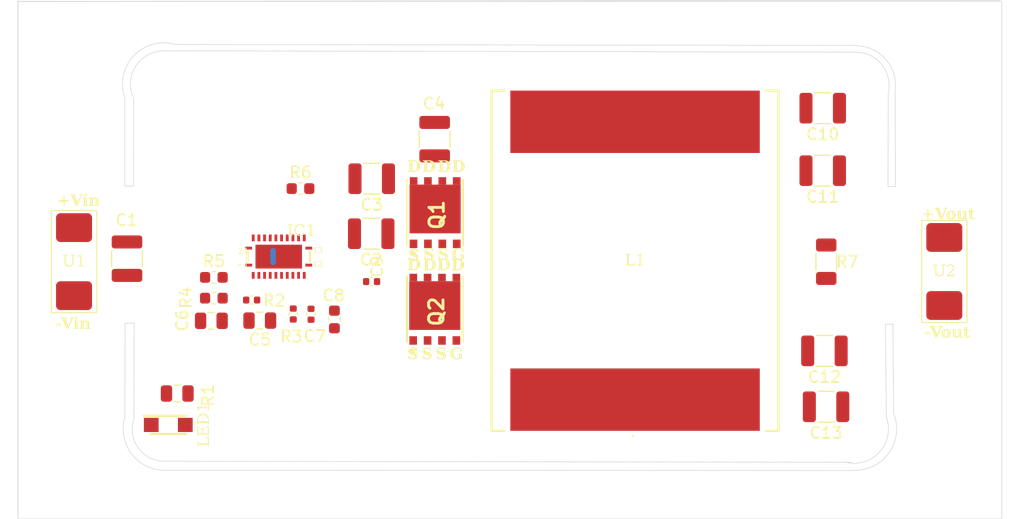
<source format=kicad_pcb>
(kicad_pcb (version 20241229) (generator "pcbnew") (generator_version "9.0")
  (layers (0 "F.Cu" signal) (2 "B.Cu" signal) (13 "F.Paste" user) (15 "B.Paste" user) (5 "F.SilkS" user "F.Silkscreen") (7 "B.SilkS" user "B.Silkscreen") (1 "F.Mask" user) (3 "B.Mask" user) (25 "Edge.Cuts" user))
  (net 0 "")
  (net 1 "Net-(IC1-SW)")
  (net 2 "Net-(IC1-CBOOT)")
  (net 3 "GND")
  (net 4 "Net-(IC1-EXTCOMP)")
  (net 5 "VIN")
  (net 6 "VOUT")
  (net 7 "VCC")
  (net 8 "VDDA")
  (net 9 "HO")
  (net 10 "Net-(IC1-RT)")
  (net 11 "ISNS")
  (net 12 "LO")
  (net 13 "Net-(IC1-FB)")
  (net 14 "Net-(IC1-CNFG)")
  (net 15 "Net-(IC1-PG{slash}SYNCOUT)")
  (net 16 "Net-(LED1-Pad2)")
  (net 17 "GND2")
  (net 18 "Net-(C5-Pad1)")
  (footprint "Capacitor_SMD:C_0402_1005Metric" (layer "F.Cu") (at 138.85 126.46 180)
    (property "Reference" "R2" (at -1.99 -0.05 0) (layer "F.SilkS"))
    (property "Value" "4.32kohm" (hide yes))
    (fp_line (start -0.107836 0.36) (end 0.107836 0.36) (stroke (width 0.12)) (layer "F.SilkS"))
    (fp_line (start -0.107836 -0.36) (end 0.107836 -0.36) (stroke (width 0.12)) (layer "F.SilkS"))
    (pad "1" smd roundrect (at -0.48 0 180) (size 0.56 0.62) (layers "F.Cu" "F.Mask" "F.Paste") (net 18 "Net-(C5-Pad1)"))
    (pad "2" smd roundrect (at 0.48 0 180) (size 0.56 0.62) (layers "F.Cu" "F.Mask" "F.Paste") (net 4 "Net-(IC1-EXTCOMP)"))
  )
  (footprint "Capacitor_SMD:C_0805_2012Metric" (layer "F.Cu") (at 139.57 128.27 180)
    (property "Reference" "C5" (at 0 -1.68 0) (layer "F.SilkS"))
    (property "Value" "4.7uf" (hide yes))
    (fp_line (start -0.261252 0.735) (end 0.261252 0.735) (stroke (width 0.12)) (layer "F.SilkS"))
    (fp_line (start -0.261252 -0.735) (end 0.261252 -0.735) (stroke (width 0.12)) (layer "F.SilkS"))
    (pad "1" smd roundrect (at -0.95 0 180) (size 1 1.45) (layers "F.Cu" "F.Mask" "F.Paste") (net 18 "Net-(C5-Pad1)"))
    (pad "2" smd roundrect (at 0.95 0 180) (size 1 1.45) (layers "F.Cu" "F.Mask" "F.Paste") (net 17 "GND2"))
  )
  (footprint "CSD18534Q5A:Q5A" (layer "F.Cu") (at 155.03 118.75222 -90)
    (property "Reference" "Q1" (at 0.2005 -0.15 270) (layer "F.SilkS") (effects (font (size 1.27 1.27) (thickness 0.254))))
    (property "Value" "~" (hide yes))
    (fp_line (start 2.875 2.45) (end -2.875 2.45) (stroke (width 0.2)) (layer "F.SilkS"))
    (fp_line (start -2.875 -2.45) (end 2.875 -2.45) (stroke (width 0.2)) (layer "F.SilkS"))
    (fp_circle (center 3.5705 1.937) (end 3.5705 1.96956) (stroke (width 0.2)) (fill no) (layer "F.SilkS"))
    (pad "1" smd rect (at 2.7525 1.905) (size 0.675 0.75) (layers "F.Cu" "F.Mask" "F.Paste") (net 1 "Net-(IC1-SW)"))
    (pad "2" smd rect (at 2.7525 0.635) (size 0.675 0.75) (layers "F.Cu" "F.Mask" "F.Paste") (net 1 "Net-(IC1-SW)"))
    (pad "3" smd rect (at 2.7525 -0.635) (size 0.675 0.75) (layers "F.Cu" "F.Mask" "F.Paste") (net 1 "Net-(IC1-SW)"))
    (pad "4" smd rect (at 2.7525 -1.905) (size 0.675 0.75) (layers "F.Cu" "F.Mask" "F.Paste") (net 9 "HO"))
    (pad "5" smd rect (at -2.8 -1.905 270) (size 0.655 0.675) (layers "F.Cu" "F.Mask" "F.Paste") (net 5 "VIN"))
    (pad "6" smd rect (at -2.8 -0.635 270) (size 0.655 0.675) (layers "F.Cu" "F.Mask" "F.Paste") (net 5 "VIN"))
    (pad "7" smd rect (at -2.8 0.635 270) (size 0.655 0.675) (layers "F.Cu" "F.Mask" "F.Paste") (net 5 "VIN"))
    (pad "8" smd rect (at -2.8 1.893 270) (size 0.655 0.675) (layers "F.Cu" "F.Mask" "F.Paste") (net 5 "VIN"))
    (pad "9" smd rect (at -0.325 0 270) (size 4.295 4.51) (layers "F.Cu" "F.Mask" "F.Paste"))
  )
  (footprint "Capacitor_SMD:C_0603_1608Metric" (layer "F.Cu") (at 135.52 126.29)
    (property "Reference" "R4" (at -2.465 -0.05 90) (layer "F.SilkS"))
    (property "Value" "53.6Kohm" (hide yes))
    (fp_line (start -0.14058 -0.51) (end 0.14058 -0.51) (stroke (width 0.12)) (layer "F.SilkS"))
    (fp_line (start -0.14058 0.51) (end 0.14058 0.51) (stroke (width 0.12)) (layer "F.SilkS"))
    (pad "1" smd roundrect (at -0.775 0) (size 0.9 0.95) (layers "F.Cu" "F.Mask" "F.Paste") (net 17 "GND2"))
    (pad "2" smd roundrect (at 0.775 0) (size 0.9 0.95) (layers "F.Cu" "F.Mask" "F.Paste") (net 10 "Net-(IC1-RT)"))
  )
  (footprint "MountingHole:MountingHole_2.1mm" (layer "F.Cu") (at 201.61 103.99)
    (property "Reference" "H3" (hide yes))
    (property "Value" "MountingHole")
    (pad "" np_thru_hole circle (at 0 0) (size 2.1 2.1) (drill 2.1) (layers "*.Cu" "*.Mask"))
  )
  (footprint "Capacitor_SMD:C_0402_1005Metric" (layer "F.Cu") (at 144.09 127.71 -90)
    (property "Reference" "C7" (at 1.93 -0.33 180) (layer "F.SilkS"))
    (property "Value" "100nf" (hide yes))
    (fp_line (start -0.107836 0.36) (end 0.107836 0.36) (stroke (width 0.12)) (layer "F.SilkS"))
    (fp_line (start -0.107836 -0.36) (end 0.107836 -0.36) (stroke (width 0.12)) (layer "F.SilkS"))
    (pad "1" smd roundrect (at -0.48 0 270) (size 0.56 0.62) (layers "F.Cu" "F.Mask" "F.Paste") (net 8 "VDDA"))
    (pad "2" smd roundrect (at 0.48 0 270) (size 0.56 0.62) (layers "F.Cu" "F.Mask" "F.Paste") (net 17 "GND2"))
  )
  (footprint "Capacitor_SMD:C_1210_3225Metric" (layer "F.Cu") (at 149.395 120.61 180)
    (property "Reference" "C2" (at 0 -2.3 0) (layer "F.SilkS"))
    (property "Value" "4.7uf" (hide yes))
    (fp_line (start -0.711252 1.36) (end 0.711252 1.36) (stroke (width 0.12)) (layer "F.SilkS"))
    (fp_line (start -0.711252 -1.36) (end 0.711252 -1.36) (stroke (width 0.12)) (layer "F.SilkS"))
    (pad "1" smd roundrect (at -1.475 0 180) (size 1.15 2.7) (layers "F.Cu" "F.Mask" "F.Paste") (roundrect_rratio 0.217391) (net 5 "VIN"))
    (pad "2" smd roundrect (at 1.475 0 180) (size 1.15 2.7) (layers "F.Cu" "F.Mask" "F.Paste") (roundrect_rratio 0.217391) (net 3 "GND"))
  )
  (footprint "Capacitor_SMD:C_1210_3225Metric" (layer "F.Cu") (at 149.44 115.76 180)
    (property "Reference" "C3" (at 0 -2.3 0) (layer "F.SilkS"))
    (property "Value" "4.7uf" (hide yes))
    (fp_line (start -0.711252 1.36) (end 0.711252 1.36) (stroke (width 0.12)) (layer "F.SilkS"))
    (fp_line (start -0.711252 -1.36) (end 0.711252 -1.36) (stroke (width 0.12)) (layer "F.SilkS"))
    (pad "1" smd roundrect (at -1.475 0 180) (size 1.15 2.7) (layers "F.Cu" "F.Mask" "F.Paste") (roundrect_rratio 0.217391) (net 5 "VIN"))
    (pad "2" smd roundrect (at 1.475 0 180) (size 1.15 2.7) (layers "F.Cu" "F.Mask" "F.Paste") (roundrect_rratio 0.217391) (net 3 "GND"))
  )
  (footprint "HC3-5R6-R:HC35R6R" (layer "F.Cu") (at 172.66 122.99 90)
    (property "Reference" "L1" (at 0 0 0) (layer "F.SilkS") (effects (font (thickness 0.2))))
    (property "Value" "5.6uH" (hide yes))
    (fp_line (start 15 -12.65) (end 15 -11.5) (stroke (width 0.2)) (layer "F.SilkS"))
    (fp_line (start -15 -12.65) (end 15 -12.65) (stroke (width 0.2)) (layer "F.SilkS"))
    (fp_line (start -15 -11.5) (end -15 -12.65) (stroke (width 0.2)) (layer "F.SilkS"))
    (fp_line (start -15.4 -0.2) (end -15.4 -0.2) (stroke (width 0.1)) (layer "F.SilkS"))
    (fp_line (start -15.5 -0.2) (end -15.5 -0.2) (stroke (width 0.1)) (layer "F.SilkS"))
    (fp_line (start -15 11.5) (end -15 12.65) (stroke (width 0.2)) (layer "F.SilkS"))
    (fp_line (start 15 12.65) (end 15 11.5) (stroke (width 0.2)) (layer "F.SilkS"))
    (fp_line (start -15 12.65) (end 15 12.65) (stroke (width 0.2)) (layer "F.SilkS"))
    (fp_arc (start -15.4 -0.2) (mid -15.45 -0.15) (end -15.5 -0.2) (stroke (width 0.1)) (layer "F.SilkS"))
    (fp_arc (start -15.5 -0.2) (mid -15.45 -0.25) (end -15.4 -0.2) (stroke (width 0.1)) (layer "F.SilkS"))
    (pad "1" smd rect (at -12.25 0 90) (size 5.5 22) (layers "F.Cu" "F.Mask" "F.Paste") (net 11 "ISNS"))
    (pad "2" smd rect (at 12.25 0 90) (size 5.5 22) (layers "F.Cu" "F.Mask" "F.Paste") (net 1 "Net-(IC1-SW)"))
  )
  (footprint "Capacitor_SMD:C_1210_3225Metric" (layer "F.Cu") (at 189.505 135.87 180)
    (property "Reference" "C13" (at 0 -2.3 0) (layer "F.SilkS"))
    (property "Value" "47uf" (hide yes))
    (fp_line (start -0.711252 1.36) (end 0.711252 1.36) (stroke (width 0.12)) (layer "F.SilkS"))
    (fp_line (start -0.711252 -1.36) (end 0.711252 -1.36) (stroke (width 0.12)) (layer "F.SilkS"))
    (pad "1" smd roundrect (at -1.475 0 180) (size 1.15 2.7) (layers "F.Cu" "F.Mask" "F.Paste") (roundrect_rratio 0.217391) (net 6 "VOUT"))
    (pad "2" smd roundrect (at 1.475 0 180) (size 1.15 2.7) (layers "F.Cu" "F.Mask" "F.Paste") (roundrect_rratio 0.217391) (net 3 "GND"))
  )
  (footprint "Capacitor_SMD:C_0805_2012Metric" (layer "F.Cu") (at 132.29 134.7)
    (property "Reference" "R1" (at 2.71 0.16 90) (layer "F.SilkS"))
    (property "Value" "10k" (hide yes))
    (fp_line (start -0.261252 -0.735) (end 0.261252 -0.735) (stroke (width 0.12)) (layer "F.SilkS"))
    (fp_line (start -0.261252 0.735) (end 0.261252 0.735) (stroke (width 0.12)) (layer "F.SilkS"))
    (pad "1" smd roundrect (at -0.95 0) (size 1 1.45) (layers "F.Cu" "F.Mask" "F.Paste") (net 5 "VIN"))
    (pad "2" smd roundrect (at 0.95 0) (size 1 1.45) (layers "F.Cu" "F.Mask" "F.Paste") (net 16 "Net-(LED1-Pad2)"))
  )
  (footprint "Capacitor_SMD:C_1206_3216Metric" (layer "F.Cu") (at 189.52 123.08 -90)
    (property "Reference" "R7" (at 0 -1.85 180) (layer "F.SilkS"))
    (property "Value" "9m" (hide yes))
    (fp_line (start -0.711252 0.91) (end 0.711252 0.91) (stroke (width 0.12)) (layer "F.SilkS"))
    (fp_line (start -0.711252 -0.91) (end 0.711252 -0.91) (stroke (width 0.12)) (layer "F.SilkS"))
    (pad "1" smd roundrect (at -1.475 0 270) (size 1.15 1.8) (layers "F.Cu" "F.Mask" "F.Paste") (roundrect_rratio 0.217391) (net 11 "ISNS"))
    (pad "2" smd roundrect (at 1.475 0 270) (size 1.15 1.8) (layers "F.Cu" "F.Mask" "F.Paste") (roundrect_rratio 0.217391) (net 6 "VOUT"))
  )
  (footprint "Capacitor_SMD:C_0603_1608Metric" (layer "F.Cu") (at 135.52 124.46)
    (property "Reference" "R5" (at 0 -1.43 0) (layer "F.SilkS"))
    (property "Value" "40.2kohm" (hide yes))
    (fp_line (start -0.14058 -0.51) (end 0.14058 -0.51) (stroke (width 0.12)) (layer "F.SilkS"))
    (fp_line (start -0.14058 0.51) (end 0.14058 0.51) (stroke (width 0.12)) (layer "F.SilkS"))
    (pad "1" smd roundrect (at -0.775 0) (size 0.9 0.95) (layers "F.Cu" "F.Mask" "F.Paste") (net 17 "GND2"))
    (pad "2" smd roundrect (at 0.775 0) (size 0.9 0.95) (layers "F.Cu" "F.Mask" "F.Paste") (net 14 "Net-(IC1-CNFG)"))
  )
  (footprint "MountingHole:MountingHole_2.1mm" (layer "F.Cu") (at 201.81 141.21)
    (property "Reference" "H4" (hide yes))
    (property "Value" "MountingHole")
    (pad "" np_thru_hole circle (at 0 0) (size 2.1 2.1) (drill 2.1) (layers "*.Cu" "*.Mask"))
  )
  (footprint "Capacitor_SMD:C_0805_2012Metric" (layer "F.Cu") (at 135.3 128.29 180)
    (property "Reference" "C6" (at 2.57 0.04 90) (layer "F.SilkS"))
    (property "Value" "33pf" (hide yes))
    (fp_line (start -0.261252 0.735) (end 0.261252 0.735) (stroke (width 0.12)) (layer "F.SilkS"))
    (fp_line (start -0.261252 -0.735) (end 0.261252 -0.735) (stroke (width 0.12)) (layer "F.SilkS"))
    (pad "1" smd roundrect (at -0.95 0 180) (size 1 1.45) (layers "F.Cu" "F.Mask" "F.Paste") (net 4 "Net-(IC1-EXTCOMP)"))
    (pad "2" smd roundrect (at 0.95 0 180) (size 1 1.45) (layers "F.Cu" "F.Mask" "F.Paste") (net 17 "GND2"))
  )
  (footprint "Capacitor_SMD:C_1210_3225Metric" (layer "F.Cu") (at 189.21 109.54 180)
    (property "Reference" "C10" (at 0 -2.3 0) (layer "F.SilkS"))
    (property "Value" "47uf" (hide yes))
    (fp_line (start -0.711252 1.36) (end 0.711252 1.36) (stroke (width 0.12)) (layer "F.SilkS"))
    (fp_line (start -0.711252 -1.36) (end 0.711252 -1.36) (stroke (width 0.12)) (layer "F.SilkS"))
    (pad "1" smd roundrect (at -1.475 0 180) (size 1.15 2.7) (layers "F.Cu" "F.Mask" "F.Paste") (roundrect_rratio 0.217391) (net 6 "VOUT"))
    (pad "2" smd roundrect (at 1.475 0 180) (size 1.15 2.7) (layers "F.Cu" "F.Mask" "F.Paste") (roundrect_rratio 0.217391) (net 3 "GND"))
  )
  (footprint "Capacitor_SMD:C_0402_1005Metric" (layer "F.Cu") (at 149.43 124.83)
    (property "Reference" "C9" (at 0.49 -1.31 270) (layer "F.SilkS"))
    (property "Value" "100nf" (hide yes))
    (fp_line (start -0.107836 -0.36) (end 0.107836 -0.36) (stroke (width 0.12)) (layer "F.SilkS"))
    (fp_line (start -0.107836 0.36) (end 0.107836 0.36) (stroke (width 0.12)) (layer "F.SilkS"))
    (pad "1" smd roundrect (at -0.48 0) (size 0.56 0.62) (layers "F.Cu" "F.Mask" "F.Paste") (net 2 "Net-(IC1-CBOOT)"))
    (pad "2" smd roundrect (at 0.48 0) (size 0.56 0.62) (layers "F.Cu" "F.Mask" "F.Paste") (net 1 "Net-(IC1-SW)"))
  )
  (footprint "pad_footprint:Untitled" (layer "F.Cu") (at 122.19 123.07)
    (property "Reference" "U1" (at 1 0 0) (layer "F.SilkS") (effects (font (thickness 0.2))))
    (property "Value" "~")
    (fp_rect (start -1 -4.5) (end 3 4.5) (stroke (width 0.1)) (fill no) (layer "F.SilkS"))
    (pad "1" smd roundrect (at 1 -3) (size 3.175 2.54) (layers "F.Cu" "F.Mask" "F.Paste") (roundrect_rratio 0.15) (net 5 "VIN"))
    (pad "2" smd roundrect (at 1 3) (size 3.175 2.54) (layers "F.Cu" "F.Mask" "F.Paste") (roundrect_rratio 0.15) (net 3 "GND"))
  )
  (footprint "CSD18534Q5A:Q5A" (layer "F.Cu") (at 155 127.27 -90)
    (property "Reference" "Q2" (at 0.2005 -0.15 270) (layer "F.SilkS") (effects (font (size 1.27 1.27) (thickness 0.254))))
    (property "Value" "~" (hide yes))
    (fp_line (start 2.875 2.45) (end -2.875 2.45) (stroke (width 0.2)) (layer "F.SilkS"))
    (fp_line (start -2.875 -2.45) (end 2.875 -2.45) (stroke (width 0.2)) (layer "F.SilkS"))
    (fp_circle (center 3.5705 1.937) (end 3.5705 1.96956) (stroke (width 0.2)) (fill no) (layer "F.SilkS"))
    (pad "1" smd rect (at 2.7525 1.905) (size 0.675 0.75) (layers "F.Cu" "F.Mask" "F.Paste") (net 3 "GND"))
    (pad "2" smd rect (at 2.7525 0.635) (size 0.675 0.75) (layers "F.Cu" "F.Mask" "F.Paste") (net 3 "GND"))
    (pad "3" smd rect (at 2.7525 -0.635) (size 0.675 0.75) (layers "F.Cu" "F.Mask" "F.Paste") (net 3 "GND"))
    (pad "4" smd rect (at 2.7525 -1.905) (size 0.675 0.75) (layers "F.Cu" "F.Mask" "F.Paste") (net 3 "GND"))
    (pad "5" smd rect (at -2.8 -1.905 270) (size 0.655 0.675) (layers "F.Cu" "F.Mask" "F.Paste") (net 1 "Net-(IC1-SW)"))
    (pad "6" smd rect (at -2.8 -0.635 270) (size 0.655 0.675) (layers "F.Cu" "F.Mask" "F.Paste") (net 1 "Net-(IC1-SW)"))
    (pad "7" smd rect (at -2.8 0.635 270) (size 0.655 0.675) (layers "F.Cu" "F.Mask" "F.Paste") (net 1 "Net-(IC1-SW)"))
    (pad "8" smd rect (at -2.8 1.893 270) (size 0.655 0.675) (layers "F.Cu" "F.Mask" "F.Paste") (net 1 "Net-(IC1-SW)"))
    (pad "9" smd rect (at -0.325 0 270) (size 4.295 4.51) (layers "F.Cu" "F.Mask" "F.Paste"))
  )
  (footprint "Capacitor_SMD:C_1210_3225Metric" (layer "F.Cu") (at 154.99 112.27 90)
    (property "Reference" "C4" (at 3.13 -0.06 180) (layer "F.SilkS"))
    (property "Value" "4.7uf" (hide yes))
    (fp_line (start -0.711252 -1.36) (end 0.711252 -1.36) (stroke (width 0.12)) (layer "F.SilkS"))
    (fp_line (start -0.711252 1.36) (end 0.711252 1.36) (stroke (width 0.12)) (layer "F.SilkS"))
    (pad "1" smd roundrect (at -1.475 0 90) (size 1.15 2.7) (layers "F.Cu" "F.Mask" "F.Paste") (roundrect_rratio 0.217391) (net 5 "VIN"))
    (pad "2" smd roundrect (at 1.475 0 90) (size 1.15 2.7) (layers "F.Cu" "F.Mask" "F.Paste") (roundrect_rratio 0.217391) (net 3 "GND"))
  )
  (footprint "MountingHole:MountingHole_2.1mm" (layer "F.Cu") (at 122.61 141.21)
    (property "Reference" "H2" (hide yes))
    (property "Value" "MountingHole")
    (pad "" np_thru_hole circle (at 0 0) (size 2.1 2.1) (drill 2.1) (layers "*.Cu" "*.Mask"))
  )
  (footprint "Capacitor_SMD:C_0402_1005Metric" (layer "F.Cu") (at 142.52 127.69 90)
    (property "Reference" "R3" (at -1.99 -0.16 180) (layer "F.SilkS"))
    (property "Value" "24.3kohm" (hide yes))
    (fp_line (start -0.107836 -0.36) (end 0.107836 -0.36) (stroke (width 0.12)) (layer "F.SilkS"))
    (fp_line (start -0.107836 0.36) (end 0.107836 0.36) (stroke (width 0.12)) (layer "F.SilkS"))
    (pad "1" smd roundrect (at -0.48 0 90) (size 0.56 0.62) (layers "F.Cu" "F.Mask" "F.Paste") (net 8 "VDDA"))
    (pad "2" smd roundrect (at 0.48 0 90) (size 0.56 0.62) (layers "F.Cu" "F.Mask" "F.Paste") (net 13 "Net-(IC1-FB)"))
  )
  (footprint "MountingHole:MountingHole_2.1mm" (layer "F.Cu") (at 121.81 103.79)
    (property "Reference" "H1" (hide yes))
    (property "Value" "MountingHole")
    (pad "" np_thru_hole circle (at 0 0) (size 2.1 2.1) (drill 2.1) (layers "*.Cu"))
  )
  (footprint "pad_footprint:Untitled" (layer "F.Cu") (at 198.93 123.94)
    (property "Reference" "U2" (at 1 0 0) (layer "F.SilkS") (effects (font (thickness 0.2))))
    (property "Value" "~")
    (fp_rect (start -1 -4.5) (end 3 4.5) (stroke (width 0.1)) (fill no) (layer "F.SilkS"))
    (pad "1" smd roundrect (at 1 -3) (size 3.175 2.54) (layers "F.Cu" "F.Mask" "F.Paste") (roundrect_rratio 0.15) (net 6 "VOUT"))
    (pad "2" smd roundrect (at 1 3) (size 3.175 2.54) (layers "F.Cu" "F.Mask" "F.Paste") (roundrect_rratio 0.15) (net 3 "GND"))
  )
  (footprint "Capacitor_SMD:C_1210_3225Metric" (layer "F.Cu") (at 189.36 130.94 180)
    (property "Reference" "C12" (at 0 -2.3 0) (layer "F.SilkS"))
    (property "Value" "47uf" (hide yes))
    (fp_line (start -0.711252 1.36) (end 0.711252 1.36) (stroke (width 0.12)) (layer "F.SilkS"))
    (fp_line (start -0.711252 -1.36) (end 0.711252 -1.36) (stroke (width 0.12)) (layer "F.SilkS"))
    (pad "1" smd roundrect (at -1.475 0 180) (size 1.15 2.7) (layers "F.Cu" "F.Mask" "F.Paste") (roundrect_rratio 0.217391) (net 6 "VOUT"))
    (pad "2" smd roundrect (at 1.475 0 180) (size 1.15 2.7) (layers "F.Cu" "F.Mask" "F.Paste") (roundrect_rratio 0.217391) (net 3 "GND"))
  )
  (footprint "LTST-C150KRKT:LEDM3216X120N" (layer "F.Cu") (at 131.5 137.47)
    (property "Reference" "LED1" (at 3.16 0 90) (layer "F.SilkS") (effects (font (thickness 0.2))))
    (property "Value" "~" (hide yes))
    (fp_line (start -1.6 0.8) (end 1.6 0.8) (stroke (width 0.2)) (layer "F.SilkS"))
    (fp_line (start 1.6 -0.8) (end -2.125 -0.8) (stroke (width 0.2)) (layer "F.SilkS"))
    (pad "1" smd rect (at -1.5 0 90) (size 1.25 1.3) (layers "F.Cu" "F.Mask" "F.Paste") (net 3 "GND"))
    (pad "2" smd rect (at 1.5 0 90) (size 1.25 1.3) (layers "F.Cu" "F.Mask" "F.Paste") (net 16 "Net-(LED1-Pad2)"))
  )
  (footprint "Capacitor_SMD:C_0603_1608Metric" (layer "F.Cu") (at 143.16 116.63)
    (property "Reference" "R6" (at 0 -1.43 0) (layer "F.SilkS"))
    (property "Value" "100kohm" (hide yes))
    (fp_line (start -0.14058 -0.51) (end 0.14058 -0.51) (stroke (width 0.12)) (layer "F.SilkS"))
    (fp_line (start -0.14058 0.51) (end 0.14058 0.51) (stroke (width 0.12)) (layer "F.SilkS"))
    (pad "1" smd roundrect (at -0.775 0) (size 0.9 0.95) (layers "F.Cu" "F.Mask" "F.Paste") (net 15 "Net-(IC1-PG{slash}SYNCOUT)"))
    (pad "2" smd roundrect (at 0.775 0) (size 0.9 0.95) (layers "F.Cu" "F.Mask" "F.Paste") (net 7 "VCC"))
  )
  (footprint "Capacitor_SMD:C_1210_3225Metric" (layer "F.Cu") (at 189.21 115.05 180)
    (property "Reference" "C11" (at 0 -2.3 0) (layer "F.SilkS"))
    (property "Value" "47uf" (hide yes))
    (fp_line (start -0.711252 1.36) (end 0.711252 1.36) (stroke (width 0.12)) (layer "F.SilkS"))
    (fp_line (start -0.711252 -1.36) (end 0.711252 -1.36) (stroke (width 0.12)) (layer "F.SilkS"))
    (pad "1" smd roundrect (at -1.475 0 180) (size 1.15 2.7) (layers "F.Cu" "F.Mask" "F.Paste") (roundrect_rratio 0.217391) (net 6 "VOUT"))
    (pad "2" smd roundrect (at 1.475 0 180) (size 1.15 2.7) (layers "F.Cu" "F.Mask" "F.Paste") (roundrect_rratio 0.217391) (net 3 "GND"))
  )
  (footprint "Capacitor_SMD:C_1210_3225Metric" (layer "F.Cu") (at 127.86 122.81 -90)
    (property "Reference" "C1" (at -3.39 0.03 180) (layer "F.SilkS"))
    (property "Value" "4.7uf" (hide yes))
    (fp_line (start -0.711252 1.36) (end 0.711252 1.36) (stroke (width 0.12)) (layer "F.SilkS"))
    (fp_line (start -0.711252 -1.36) (end 0.711252 -1.36) (stroke (width 0.12)) (layer "F.SilkS"))
    (pad "1" smd roundrect (at -1.475 0 270) (size 1.15 2.7) (layers "F.Cu" "F.Mask" "F.Paste") (roundrect_rratio 0.217391) (net 5 "VIN"))
    (pad "2" smd roundrect (at 1.475 0 270) (size 1.15 2.7) (layers "F.Cu" "F.Mask" "F.Paste") (roundrect_rratio 0.217391) (net 3 "GND"))
  )
  (footprint "LM5148_:LM5148RGYR" (layer "F.Cu") (at 141.24 122.63 90)
    (property "Reference" "IC1" (at 2.25 2 180) (layer "F.SilkS") (effects (font (thickness 0.2))))
    (property "Value" "LM5148RGYR" (hide yes))
    (fp_line (start -0.75 -3.5) (end -0.75 -3.5) (stroke (width 0.1)) (layer "F.SilkS"))
    (fp_line (start -0.75 -3.4) (end -0.75 -3.4) (stroke (width 0.1)) (layer "F.SilkS"))
    (fp_line (start -0.4 -2.75) (end 0.4 -2.75) (stroke (width 0.2)) (layer "F.SilkS"))
    (fp_line (start -0.4 2.75) (end 0.4 2.75) (stroke (width 0.2)) (layer "F.SilkS"))
    (fp_arc (start -0.75 -3.5) (mid -0.7 -3.45) (end -0.75 -3.4) (stroke (width 0.1)) (layer "F.SilkS"))
    (fp_arc (start -0.75 -3.4) (mid -0.8 -3.45) (end -0.75 -3.5) (stroke (width 0.1)) (layer "F.SilkS"))
    (pad "1" smd rect (at -0.75 -2.65 90) (size 0.25 0.6) (layers "F.Cu" "F.Mask" "F.Paste") (net 3 "GND"))
    (pad "2" smd rect (at -1.65 -2.25 180) (size 0.25 0.6) (layers "F.Cu" "F.Mask" "F.Paste") (net 17 "GND2"))
    (pad "3" smd rect (at -1.65 -1.75 180) (size 0.25 0.6) (layers "F.Cu" "F.Mask" "F.Paste") (net 14 "Net-(IC1-CNFG)"))
    (pad "4" smd rect (at -1.65 -1.25 180) (size 0.25 0.6) (layers "F.Cu" "F.Mask" "F.Paste") (net 10 "Net-(IC1-RT)"))
    (pad "5" smd rect (at -1.65 -0.75 180) (size 0.25 0.6) (layers "F.Cu" "F.Mask" "F.Paste") (net 4 "Net-(IC1-EXTCOMP)"))
    (pad "6" smd rect (at -1.65 -0.25 180) (size 0.25 0.6) (layers "F.Cu" "F.Mask" "F.Paste") (net 13 "Net-(IC1-FB)"))
    (pad "7" smd rect (at -1.65 0.25 180) (size 0.25 0.6) (layers "F.Cu" "F.Mask" "F.Paste") (net 17 "GND2"))
    (pad "8" smd rect (at -1.65 0.75 180) (size 0.25 0.6) (layers "F.Cu" "F.Mask" "F.Paste") (net 8 "VDDA"))
    (pad "9" smd rect (at -1.65 1.25 180) (size 0.25 0.6) (layers "F.Cu" "F.Mask" "F.Paste") (net 7 "VCC"))
    (pad "10" smd rect (at -1.65 1.75 180) (size 0.25 0.6) (layers "F.Cu" "F.Mask" "F.Paste") (net 17 "GND2"))
    (pad "11" smd rect (at -1.65 2.25 180) (size 0.25 0.6) (layers "F.Cu" "F.Mask" "F.Paste") (net 12 "LO"))
    (pad "12" smd rect (at -0.75 2.65 90) (size 0.25 0.6) (layers "F.Cu" "F.Mask" "F.Paste") (net 5 "VIN"))
    (pad "13" smd rect (at 0.75 2.65 90) (size 0.25 0.6) (layers "F.Cu" "F.Mask" "F.Paste") (net 9 "HO"))
    (pad "14" smd rect (at 1.65 2.25 180) (size 0.25 0.6) (layers "F.Cu" "F.Mask" "F.Paste") (net 1 "Net-(IC1-SW)"))
    (pad "15" smd rect (at 1.65 1.75 180) (size 0.25 0.6) (layers "F.Cu" "F.Mask" "F.Paste") (net 2 "Net-(IC1-CBOOT)"))
    (pad "16" smd rect (at 1.65 1.25 180) (size 0.25 0.6) (layers "F.Cu" "F.Mask" "F.Paste") (net 3 "GND"))
    (pad "17" smd rect (at 1.65 0.75 180) (size 0.25 0.6) (layers "F.Cu" "F.Mask" "F.Paste") (net 15 "Net-(IC1-PG{slash}SYNCOUT)"))
    (pad "18" smd rect (at 1.65 0.25 180) (size 0.25 0.6) (layers "F.Cu" "F.Mask" "F.Paste") (net 8 "VDDA"))
    (pad "19" smd rect (at 1.65 -0.25 180) (size 0.25 0.6) (layers "F.Cu" "F.Mask" "F.Paste") (net 5 "VIN"))
    (pad "20" smd rect (at 1.65 -0.75 180) (size 0.25 0.6) (layers "F.Cu" "F.Mask" "F.Paste") (net 11 "ISNS"))
    (pad "21" smd rect (at 1.65 -1.25 180) (size 0.25 0.6) (layers "F.Cu" "F.Mask" "F.Paste") (net 6 "VOUT"))
    (pad "22" smd rect (at 1.65 -1.75 180) (size 0.25 0.6) (layers "F.Cu" "F.Mask" "F.Paste") (net 3 "GND"))
    (pad "23" smd rect (at 1.65 -2.25 180) (size 0.25 0.6) (layers "F.Cu" "F.Mask" "F.Paste") (net 3 "GND"))
    (pad "24" smd rect (at 0.75 -2.65 90) (size 0.25 0.6) (layers "F.Cu" "F.Mask" "F.Paste") (net 3 "GND"))
    (pad "25" smd rect (at 0 0 90) (size 2.1 4.1) (layers "F.Cu" "F.Mask" "F.Paste") (net 3 "GND"))
  )
  (footprint "Capacitor_SMD:C_0603_1608Metric" (layer "F.Cu") (at 146.15 128.17 -90)
    (property "Reference" "C8" (at -2.12 0.07 180) (layer "F.SilkS"))
    (property "Value" "2.2uf" (hide yes))
    (fp_line (start -0.14058 0.51) (end 0.14058 0.51) (stroke (width 0.12)) (layer "F.SilkS"))
    (fp_line (start -0.14058 -0.51) (end 0.14058 -0.51) (stroke (width 0.12)) (layer "F.SilkS"))
    (pad "1" smd roundrect (at -0.775 0 270) (size 0.9 0.95) (layers "F.Cu" "F.Mask" "F.Paste") (net 7 "VCC"))
    (pad "2" smd roundrect (at 0.775 0 270) (size 0.9 0.95) (layers "F.Cu" "F.Mask" "F.Paste") (net 3 "GND"))
  )
  (footprint "NetTie:NetTie-2_SMD_Pad0.5mm" (layer "B.Cu") (at 140.74 122.63 90)
    (property "Reference" "NT1" (hide yes))
    (property "Value" "NetTie_2" (hide yes))
    (fp_poly (pts (xy -0.5 0.25) (xy 0.5 0.25) (xy 0.5 -0.25) (xy -0.5 -0.25)) (fill yes) (layer "B.Cu"))
    (pad "1" smd circle (at -0.5 0 90) (size 0.5 0.5) (layers "B.Cu") (net 17 "GND2"))
    (pad "2" smd circle (at 0.5 0 90) (size 0.5 0.5) (layers "B.Cu") (net 3 "GND"))
  )
  (gr_line (start 194.732094 128.59) (end 194.825677 136.868804) (stroke (width 0.05)) (layer "Edge.Cuts"))
  (gr_line (start 127.67 108.49) (end 127.669999 116.41) (stroke (width 0.05)) (layer "Edge.Cuts"))
  (gr_arc (start 194.84681 136.868804) (mid 194.180386 139.903243) (end 191.189788 140.744826) (stroke (width 0.05)) (layer "Edge.Cuts"))
  (gr_line (start 194.964778 116.468764) (end 194.985481 108.227016) (stroke (width 0.05)) (layer "Edge.Cuts"))
  (gr_arc (start 131.166033 140.676345) (mid 128.855315 139.493446) (end 128.463832 136.927242) (stroke (width 0.05)) (layer "Edge.Cuts"))
  (gr_line (start 127.69301 116.41) (end 128.46699 116.41) (stroke (width 0.05)) (layer "Edge.Cuts"))
  (gr_rect (start 118.24 100.125) (end 205 145.76) (stroke (width 0.05)) (fill no) (layer "Edge.Cuts"))
  (gr_line (start 131.166 141.46803) (end 191.983334 141.490762) (stroke (width 0.05)) (layer "Edge.Cuts"))
  (gr_line (start 127.67 136.78) (end 127.686237 128.500469) (stroke (width 0.05)) (layer "Edge.Cuts"))
  (gr_line (start 131.1 104.483987) (end 192.13219 104.598978) (stroke (width 0.05)) (layer "Edge.Cuts"))
  (gr_line (start 195.459477 136.459372) (end 195.4 128.61) (stroke (width 0.05)) (layer "Edge.Cuts"))
  (gr_arc (start 195.483334 136.519393) (mid 195.06 139.929526) (end 191.983334 141.46) (stroke (width 0.05)) (layer "Edge.Cuts"))
  (gr_line (start 195.607411 116.456225) (end 194.992588 116.463774) (stroke (width 0.05)) (layer "Edge.Cuts"))
  (gr_arc (start 192.13219 104.03499) (mid 194.776279 105.241784) (end 195.597013 108.029966) (stroke (width 0.05)) (layer "Edge.Cuts"))
  (gr_line (start 128.493763 128.499531) (end 127.686237 128.500469) (stroke (width 0.05)) (layer "Edge.Cuts"))
  (gr_line (start 128.467799 136.879267) (end 128.493763 128.499531) (stroke (width 0.05)) (layer "Edge.Cuts"))
  (gr_line (start 128.429999 116.4) (end 128.443979 108.580406) (stroke (width 0.05)) (layer "Edge.Cuts"))
  (gr_arc (start 127.6 108.42) (mid 128.526092 104.846092) (end 132.1 103.92) (stroke (width 0.05)) (layer "Edge.Cuts"))
  (gr_line (start 132.1 103.92) (end 192.155177 104.005185) (stroke (width 0.05)) (layer "Edge.Cuts"))
  (gr_line (start 118.24 100.125) (end 118.24 145.375) (stroke (width 0.05)) (layer "Edge.Cuts"))
  (gr_line (start 195.597013 108.029966) (end 195.611832 116.461215) (stroke (width 0.05)) (layer "Edge.Cuts"))
  (gr_line (start 195.49 128.59) (end 194.74 128.59) (stroke (width 0.05)) (layer "Edge.Cuts"))
  (gr_arc (start 128.37398 108.510408) (mid 128.668784 105.773986) (end 131.1 104.483987) (stroke (width 0.05)) (layer "Edge.Cuts"))
  (gr_line (start 131.17 140.67) (end 191.703967 140.763656) (stroke (width 0.05)) (layer "Edge.Cuts"))
  (gr_arc (start 131.166033 141.46803) (mid 128.26 140.02) (end 127.666033 136.827975) (stroke (width 0.05)) (layer "Edge.Cuts"))
  (gr_line (start 204.87 100.025) (end 118.24 100.125) (stroke (width 0.05)) (layer "Edge.Cuts"))
  (gr_arc (start 192.13219 104.598977) (mid 194.44 105.72) (end 194.985481 108.227016) (stroke (width 0.05)) (layer "Edge.Cuts"))
  (gr_text "D\n" (at 152.56 115.32 0) (layer "F.SilkS") (effects (font (size 1 1) (thickness 0.2) (bold yes)) (justify left bottom)))
  (gr_text "S" (at 152.65 123.16 0) (layer "F.SilkS") (effects (font (size 1 1) (thickness 0.2) (bold yes)) (justify left bottom)))
  (gr_text "S" (at 155.235 123.07222 0) (layer "F.SilkS") (effects (font (size 1 1) (thickness 0.2) (bold yes)) (justify left bottom)))
  (gr_text "+Vin\n" (at 121.69 118.32 0) (layer "F.SilkS") (effects (font (size 1 1) (thickness 0.2) (bold yes)) (justify left bottom)))
  (gr_text "D\n" (at 156.485 115.32222 0) (layer "F.SilkS") (effects (font (size 1 1) (thickness 0.2) (bold yes)) (justify left bottom)))
  (gr_text "D\n" (at 152.56 124 0) (layer "F.SilkS") (effects (font (size 1 1) (thickness 0.2) (bold yes)) (justify left bottom)))
  (gr_text "S" (at 153.81 131.84 0) (layer "F.SilkS") (effects (font (size 1 1) (thickness 0.2) (bold yes)) (justify left bottom)))
  (gr_text "G" (at 156.31 131.84 0) (layer "F.SilkS") (effects (font (size 1 1) (thickness 0.2) (bold yes)) (justify left bottom)))
  (gr_text "D\n" (at 153.935 124 0) (layer "F.SilkS") (effects (font (size 1 1) (thickness 0.2) (bold yes)) (justify left bottom)))
  (gr_text "S" (at 155.06 131.84 0) (layer "F.SilkS") (effects (font (size 1 1) (thickness 0.2) (bold yes)) (justify left bottom)))
  (gr_text "12\n" (at 144.24 123.63 0) (layer "F.SilkS") (effects (font (size 0.5 0.5) (thickness 0.0625)) (justify left bottom)))
  (gr_text "1\n" (at 138.15 123.7 0) (layer "F.SilkS") (effects (font (size 0.5 0.5) (thickness 0.0625)) (justify left bottom)))
  (gr_text "13" (at 144.24 122.38 0) (layer "F.SilkS") (effects (font (size 0.5 0.5) (thickness 0.0625)) (justify left bottom)))
  (gr_text "D\n" (at 156.435 124 0) (layer "F.SilkS") (effects (font (size 1 1) (thickness 0.2) (bold yes)) (justify left bottom)))
  (gr_text "S" (at 153.985 123.07222 0) (layer "F.SilkS") (effects (font (size 1 1) (thickness 0.2) (bold yes)) (justify left bottom)))
  (gr_text "24\n" (at 137.65 122.45 0) (layer "F.SilkS") (effects (font (size 0.5 0.5) (thickness 0.0625)) (justify left bottom)))
  (gr_text "D\n" (at 153.88 115.32 0) (layer "F.SilkS") (effects (font (size 1 1) (thickness 0.2) (bold yes)) (justify left bottom)))
  (gr_text "D\n" (at 155.185 124 0) (layer "F.SilkS") (effects (font (size 1 1) (thickness 0.2) (bold yes)) (justify left bottom)))
  (gr_text "-Vin\n" (at 121.57 129.17 0) (layer "F.SilkS") (effects (font (size 1 1) (thickness 0.2) (bold yes)) (justify left bottom)))
  (gr_text "S" (at 152.56 131.84 0) (layer "F.SilkS") (effects (font (size 1 1) (thickness 0.2) (bold yes)) (justify left bottom)))
  (gr_text "-Vout\n" (at 198.18 129.94 0) (layer "F.SilkS") (effects (font (size 1 1) (thickness 0.2) (bold yes)) (justify left bottom)))
  (gr_text "D\n" (at 155.235 115.32222 0) (layer "F.SilkS") (effects (font (size 1 1) (thickness 0.2) (bold yes)) (justify left bottom)))
  (gr_text "+Vout\n\n" (at 197.93 121.19 0) (layer "F.SilkS") (effects (font (size 1 1) (thickness 0.2) (bold yes)) (justify left bottom)))
  (gr_text "G" (at 156.485 123.07222 0) (layer "F.SilkS") (effects (font (size 1 1) (thickness 0.2) (bold yes)) (justify left bottom)))
)
</source>
